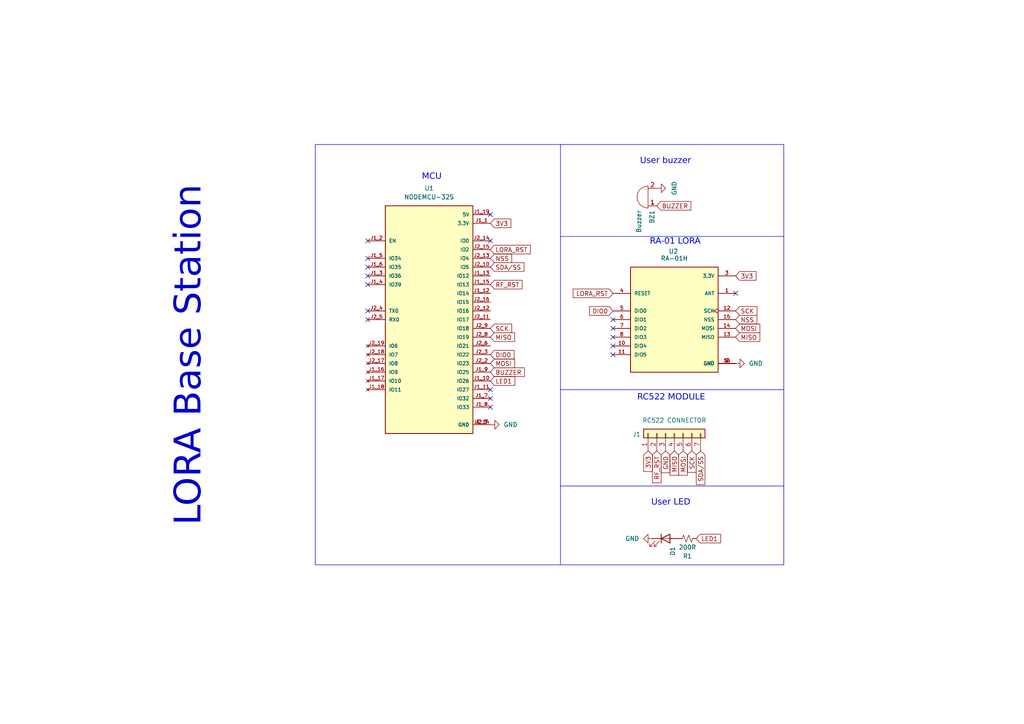
<source format=kicad_sch>
(kicad_sch (version 20231120) (generator "eeschema") (generator_version "8.0")
  (paper "A4")
  (lib_symbols
    (symbol "Connector_Generic:Conn_01x07" (pin_names (offset 1.016) hide)
      (property "Reference" "J" (at 0 10.16 0))
      (property "Value" "Conn_01x07" (at 0 -10.16 0))
      (symbol "Conn_01x07_1_1"
        (rectangle (start -1.27 -7.493) (end 0 -7.747) (stroke (width 0.1524)))
        (rectangle (start -1.27 -4.953) (end 0 -5.207) (stroke (width 0.1524)))
        (rectangle (start -1.27 -2.413) (end 0 -2.667) (stroke (width 0.1524)))
        (rectangle (start -1.27 0.127) (end 0 -0.127) (stroke (width 0.1524)))
        (rectangle (start -1.27 2.667) (end 0 2.413) (stroke (width 0.1524)))
        (rectangle (start -1.27 5.207) (end 0 4.953) (stroke (width 0.1524)))
        (rectangle (start -1.27 7.747) (end 0 7.493) (stroke (width 0.1524)))
        (rectangle (start -1.27 8.89) (end 1.27 -8.89) (stroke (width 0.254)) (fill (type background)))
        (pin passive line (at -5.08 7.62 0) (length 3.81) (name "Pin_1") (number "1"))
        (pin passive line (at -5.08 5.08 0) (length 3.81) (name "Pin_2") (number "2"))
        (pin passive line (at -5.08 2.54 0) (length 3.81) (name "Pin_3") (number "3"))
        (pin passive line (at -5.08 0 0) (length 3.81) (name "Pin_4") (number "4"))
        (pin passive line (at -5.08 -2.54 0) (length 3.81) (name "Pin_5") (number "5"))
        (pin passive line (at -5.08 -5.08 0) (length 3.81) (name "Pin_6") (number "6"))
        (pin passive line (at -5.08 -7.62 0) (length 3.81) (name "Pin_7") (number "7"))
      )
    )
    (symbol "Device:Buzzer" (pin_names (offset 0.0254) hide)
      (property "Reference" "BZ" (at 3.81 1.27 0))
      (property "Value" "Buzzer" (at 3.81 -1.27 0))
      (symbol "Buzzer_0_1"
        (arc (start 0 -3.175) (mid 3.1612 0) (end 0 3.175))
        (polyline (pts (xy -1.651 1.905) (xy -1.143 1.905)))
        (polyline (pts (xy -1.397 2.159) (xy -1.397 1.651)))
        (polyline (pts (xy 0 3.175) (xy 0 -3.175)))
      )
      (symbol "Buzzer_1_1"
        (pin passive line (at -2.54 2.54 0) (length 2.54) (name "+") (number "1"))
        (pin passive line (at -2.54 -2.54 0) (length 2.54) (name "-") (number "2"))
      )
    )
    (symbol "Device:LED" (pin_numbers hide) (pin_names (offset 1.016) hide)
      (property "Reference" "D" (at 0 2.54 0))
      (property "Value" "LED" (at 0 -2.54 0))
      (symbol "LED_0_1"
        (polyline (pts (xy -1.27 -1.27) (xy -1.27 1.27)) (stroke (width 0.254)))
        (polyline (pts (xy -1.27 0) (xy 1.27 0)))
        (polyline (pts (xy 1.27 -1.27) (xy 1.27 1.27) (xy -1.27 0) (xy 1.27 -1.27)) (stroke (width 0.254)))
        (polyline (pts (xy -3.048 -0.762) (xy -4.572 -2.286) (xy -3.81 -2.286) (xy -4.572 -2.286) (xy -4.572 -1.524)))
        (polyline (pts (xy -1.778 -0.762) (xy -3.302 -2.286) (xy -2.54 -2.286) (xy -3.302 -2.286) (xy -3.302 -1.524)))
      )
      (symbol "LED_1_1"
        (pin passive line (at -3.81 0 0) (length 2.54) (name "K") (number "1"))
        (pin passive line (at 3.81 0 180) (length 2.54) (name "A") (number "2"))
      )
    )
    (symbol "Device:R_Small_US" (pin_numbers hide) (pin_names (offset 0.254) hide)
      (property "Reference" "R" (at 0.762 0.508 0))
      (property "Value" "R_Small_US" (at 0.762 -1.016 0))
      (symbol "R_Small_US_1_1"
        (polyline (pts (xy 0 0) (xy 1.016 -0.381) (xy 0 -0.762) (xy -1.016 -1.143) (xy 0 -1.524)))
        (polyline (pts (xy 0 1.524) (xy 1.016 1.143) (xy 0 0.762) (xy -1.016 0.381) (xy 0 0)))
        (pin passive line (at 0 2.54 270) (length 1.016) (name "~") (number "1"))
        (pin passive line (at 0 -2.54 90) (length 1.016) (name "~") (number "2"))
      )
    )
    (symbol "NODEMCU-32S:NODEMCU-32S" (pin_names (offset 1.016))
      (property "Reference" "U" (at -12.7 33.782 0))
      (property "Value" "NODEMCU-32S" (at -12.7 -35.56 0))
      (symbol "NODEMCU-32S_0_0"
        (rectangle (start -12.7 -33.02) (end 12.7 33.02) (stroke (width 0.254)) (fill (type background)))
        (pin power_in line (at 17.78 27.94 180) (length 5.08) (name "3.3V") (number "J1_1"))
        (pin bidirectional line (at 17.78 -17.78 180) (length 5.08) (name "IO26") (number "J1_10"))
        (pin bidirectional line (at 17.78 -20.32 180) (length 5.08) (name "IO27") (number "J1_11"))
        (pin bidirectional line (at 17.78 7.62 180) (length 5.08) (name "IO14") (number "J1_12"))
        (pin bidirectional line (at 17.78 12.7 180) (length 5.08) (name "IO12") (number "J1_13"))
        (pin power_in line (at 17.78 -30.48 180) (length 5.08) (name "GND") (number "J1_14"))
        (pin bidirectional line (at 17.78 10.16 180) (length 5.08) (name "IO13") (number "J1_15"))
        (pin no_connect line (at -17.78 -15.24 0) (length 5.08) (name "IO9") (number "J1_16"))
        (pin no_connect line (at -17.78 -17.78 0) (length 5.08) (name "IO10") (number "J1_17"))
        (pin no_connect line (at -17.78 -20.32 0) (length 5.08) (name "IO11") (number "J1_18"))
        (pin power_in line (at 17.78 30.48 180) (length 5.08) (name "5V") (number "J1_19"))
        (pin input line (at -17.78 22.86 0) (length 5.08) (name "EN") (number "J1_2"))
        (pin input line (at -17.78 12.7 0) (length 5.08) (name "IO36") (number "J1_3"))
        (pin input line (at -17.78 10.16 0) (length 5.08) (name "IO39") (number "J1_4"))
        (pin input line (at -17.78 17.78 0) (length 5.08) (name "IO34") (number "J1_5"))
        (pin input line (at -17.78 15.24 0) (length 5.08) (name "IO35") (number "J1_6"))
        (pin bidirectional line (at 17.78 -22.86 180) (length 5.08) (name "IO32") (number "J1_7"))
        (pin bidirectional line (at 17.78 -25.4 180) (length 5.08) (name "IO33") (number "J1_8"))
        (pin bidirectional line (at 17.78 -15.24 180) (length 5.08) (name "IO25") (number "J1_9"))
        (pin power_in line (at 17.78 -30.48 180) (length 5.08) (name "GND") (number "J2_1"))
        (pin bidirectional line (at 17.78 15.24 180) (length 5.08) (name "IO5") (number "J2_10"))
        (pin bidirectional line (at 17.78 0 180) (length 5.08) (name "IO17") (number "J2_11"))
        (pin bidirectional line (at 17.78 2.54 180) (length 5.08) (name "IO16") (number "J2_12"))
        (pin bidirectional line (at 17.78 17.78 180) (length 5.08) (name "IO4") (number "J2_13"))
        (pin bidirectional line (at 17.78 22.86 180) (length 5.08) (name "IO0") (number "J2_14"))
        (pin bidirectional line (at 17.78 20.32 180) (length 5.08) (name "IO2") (number "J2_15"))
        (pin bidirectional line (at 17.78 5.08 180) (length 5.08) (name "IO15") (number "J2_16"))
        (pin no_connect line (at -17.78 -12.7 0) (length 5.08) (name "IO8") (number "J2_17"))
        (pin no_connect line (at -17.78 -10.16 0) (length 5.08) (name "IO7") (number "J2_18"))
        (pin no_connect line (at -17.78 -7.62 0) (length 5.08) (name "IO6") (number "J2_19"))
        (pin bidirectional line (at 17.78 -12.7 180) (length 5.08) (name "IO23") (number "J2_2"))
        (pin bidirectional line (at 17.78 -10.16 180) (length 5.08) (name "IO22") (number "J2_3"))
        (pin bidirectional line (at -17.78 2.54 0) (length 5.08) (name "TX0") (number "J2_4"))
        (pin bidirectional line (at -17.78 0 0) (length 5.08) (name "RX0") (number "J2_5"))
        (pin bidirectional line (at 17.78 -7.62 180) (length 5.08) (name "IO21") (number "J2_6"))
        (pin power_in line (at 17.78 -30.48 180) (length 5.08) (name "GND") (number "J2_7"))
        (pin bidirectional line (at 17.78 -5.08 180) (length 5.08) (name "IO19") (number "J2_8"))
        (pin bidirectional line (at 17.78 -2.54 180) (length 5.08) (name "IO18") (number "J2_9"))
      )
    )
    (symbol "RA-01H:RA-01H" (pin_names (offset 1.016))
      (property "Reference" "U" (at -12.7 16.256 0))
      (property "Value" "RA-01H" (at -12.7 -17.78 0))
      (symbol "RA-01H_0_0"
        (rectangle (start -12.7 -15.24) (end 12.7 15.24) (stroke (width 0.254)) (fill (type background)))
        (pin bidirectional line (at 17.78 7.62 180) (length 5.08) (name "ANT") (number "1"))
        (pin bidirectional line (at -17.78 -7.62 0) (length 5.08) (name "DIO4") (number "10"))
        (pin bidirectional line (at -17.78 -10.16 0) (length 5.08) (name "DIO5") (number "11"))
        (pin input clock (at 17.78 2.54 180) (length 5.08) (name "SCK") (number "12"))
        (pin output line (at 17.78 -5.08 180) (length 5.08) (name "MISO") (number "13"))
        (pin input line (at 17.78 -2.54 180) (length 5.08) (name "MOSI") (number "14"))
        (pin input line (at 17.78 0 180) (length 5.08) (name "NSS") (number "15"))
        (pin power_in line (at 17.78 -12.7 180) (length 5.08) (name "GND") (number "16"))
        (pin power_in line (at 17.78 -12.7 180) (length 5.08) (name "GND") (number "2"))
        (pin power_in line (at 17.78 12.7 180) (length 5.08) (name "3.3V") (number "3"))
        (pin input line (at -17.78 7.62 0) (length 5.08) (name "RESET") (number "4"))
        (pin bidirectional line (at -17.78 2.54 0) (length 5.08) (name "DIO0") (number "5"))
        (pin bidirectional line (at -17.78 0 0) (length 5.08) (name "DIO1") (number "6"))
        (pin bidirectional line (at -17.78 -2.54 0) (length 5.08) (name "DIO2") (number "7"))
        (pin bidirectional line (at -17.78 -5.08 0) (length 5.08) (name "DIO3") (number "8"))
        (pin power_in line (at 17.78 -12.7 180) (length 5.08) (name "GND") (number "9"))
      )
    )
    (symbol "power:GND" (power) (pin_numbers hide) (pin_names (offset 0) hide)
      (property "Value" "GND" (at 0 -3.81 0))
      (symbol "GND_0_1"
        (polyline (pts (xy 0 0) (xy 0 -1.27) (xy 1.27 -1.27) (xy 0 -2.54) (xy -1.27 -1.27) (xy 0 -1.27)))
      )
      (symbol "GND_1_1"
        (pin power_in line (at 0 0 270) (length 0) (name "~") (number "1"))
      )
    )
  )
  (no_connect (at 106.68 69.85))
  (no_connect (at 106.68 80.01))
  (no_connect (at 142.24 115.57))
  (no_connect (at 142.24 69.85))
  (no_connect (at 177.8 97.79))
  (no_connect (at 142.24 118.11))
  (no_connect (at 177.8 92.71))
  (no_connect (at 142.24 62.23))
  (no_connect (at 106.68 82.55))
  (no_connect (at 213.36 85.09))
  (no_connect (at 106.68 90.17))
  (no_connect (at 142.24 113.03))
  (no_connect (at 177.8 95.25))
  (no_connect (at 106.68 74.93))
  (no_connect (at 106.68 92.71))
  (no_connect (at 106.68 77.47))
  (no_connect (at 177.8 100.33))
  (no_connect (at 177.8 102.87))
  (polyline (pts (xy 162.56 113.03) (xy 227.33 113.03)))
  (polyline (pts (xy 162.56 41.91) (xy 91.44 41.91)))
  (polyline (pts (xy 91.44 163.83) (xy 162.56 163.83)))
  (polyline (pts (xy 91.44 41.91) (xy 91.44 163.83)))
  (polyline (pts (xy 162.56 140.97) (xy 227.33 140.97)))
  (polyline (pts (xy 162.56 68.58) (xy 227.33 68.58)))
  (rectangle (start 162.56 41.91) (end 227.33 163.83))
  (text "RA-01 LORA\n" (at 195.834 70.612 0) (effects (font (size 1.778 1.778))))
  (text "LORA Base Station\n" (at 56.896 103.124 90) (effects (font (size 7.62 7.62))))
  (text "RC522 MODULE \n" (at 195.072 115.824 0) (effects (font (size 1.778 1.778))))
  (text "MCU\n" (at 125.222 51.816 0) (effects (font (size 1.778 1.778))))
  (text "User buzzer\n" (at 193.04 47.244 0) (effects (font (size 1.778 1.778))))
  (text "User LED\n" (at 194.564 146.304 0) (effects (font (size 1.778 1.778))))
  (global_label "DIO0" (shape input) (at 177.8 90.17 180) (property "Intersheetrefs" "${INTERSHEET_REFS}" (effects (hide yes))))
  (global_label "LORA_RST" (shape input) (at 177.8 85.09 180) (property "Intersheetrefs" "${INTERSHEET_REFS}" (effects (hide yes))))
  (global_label "MOSI" (shape input) (at 142.24 105.41 0) (property "Intersheetrefs" "${INTERSHEET_REFS}" (effects (hide yes))))
  (global_label "NSS" (shape input) (at 142.24 74.93 0) (property "Intersheetrefs" "${INTERSHEET_REFS}" (effects (hide yes))))
  (global_label "GND" (shape input) (at 193.04 130.81 270) (property "Intersheetrefs" "${INTERSHEET_REFS}" (effects (hide yes))))
  (global_label "MISO" (shape input) (at 213.36 97.79 0) (property "Intersheetrefs" "${INTERSHEET_REFS}" (effects (hide yes))))
  (global_label "NSS" (shape input) (at 213.36 92.71 0) (property "Intersheetrefs" "${INTERSHEET_REFS}" (effects (hide yes))))
  (global_label "MISO" (shape input) (at 195.58 130.81 270) (property "Intersheetrefs" "${INTERSHEET_REFS}" (effects (hide yes))))
  (global_label "BUZZER" (shape input) (at 142.24 107.95 0) (property "Intersheetrefs" "${INTERSHEET_REFS}" (effects (hide yes))))
  (global_label "3V3" (shape input) (at 187.96 130.81 270) (property "Intersheetrefs" "${INTERSHEET_REFS}" (effects (hide yes))))
  (global_label "SCK" (shape input) (at 142.24 95.25 0) (property "Intersheetrefs" "${INTERSHEET_REFS}" (effects (hide yes))))
  (global_label "SCK" (shape input) (at 213.36 90.17 0) (property "Intersheetrefs" "${INTERSHEET_REFS}" (effects (hide yes))))
  (global_label "SDA{slash}SS" (shape input) (at 203.2 130.81 270) (property "Intersheetrefs" "${INTERSHEET_REFS}" (effects (hide yes))))
  (global_label "LORA_RST" (shape input) (at 142.24 72.39 0) (property "Intersheetrefs" "${INTERSHEET_REFS}" (effects (hide yes))))
  (global_label "LED1" (shape input) (at 142.24 110.49 0) (property "Intersheetrefs" "${INTERSHEET_REFS}" (effects (hide yes))))
  (global_label "SDA{slash}SS" (shape input) (at 142.24 77.47 0) (property "Intersheetrefs" "${INTERSHEET_REFS}" (effects (hide yes))))
  (global_label "MOSI" (shape input) (at 198.12 130.81 270) (property "Intersheetrefs" "${INTERSHEET_REFS}" (effects (hide yes))))
  (global_label "SCK" (shape input) (at 200.66 130.81 270) (property "Intersheetrefs" "${INTERSHEET_REFS}" (effects (hide yes))))
  (global_label "RF_RST" (shape input) (at 142.24 82.55 0) (property "Intersheetrefs" "${INTERSHEET_REFS}" (effects (hide yes))))
  (global_label "MISO" (shape input) (at 142.24 97.79 0) (property "Intersheetrefs" "${INTERSHEET_REFS}" (effects (hide yes))))
  (global_label "MOSI" (shape input) (at 213.36 95.25 0) (property "Intersheetrefs" "${INTERSHEET_REFS}" (effects (hide yes))))
  (global_label "3V3" (shape input) (at 142.24 64.77 0) (property "Intersheetrefs" "${INTERSHEET_REFS}" (effects (hide yes))))
  (global_label "DIO0" (shape input) (at 142.24 102.87 0) (property "Intersheetrefs" "${INTERSHEET_REFS}" (effects (hide yes))))
  (global_label "LED1" (shape input) (at 201.93 156.21 0) (property "Intersheetrefs" "${INTERSHEET_REFS}" (effects (hide yes))))
  (global_label "RF_RST" (shape input) (at 190.5 130.81 270) (property "Intersheetrefs" "${INTERSHEET_REFS}" (effects (hide yes))))
  (global_label "3V3" (shape input) (at 213.36 80.01 0) (property "Intersheetrefs" "${INTERSHEET_REFS}" (effects (hide yes))))
  (global_label "BUZZER" (shape input) (at 190.5 59.69 0) (property "Intersheetrefs" "${INTERSHEET_REFS}" (effects (hide yes))))
  (symbol (lib_id "Device:Buzzer") (at 187.96 57.15 180) (unit 1)
    (property "Reference" "BZ1" (at 189.11 60.96 90) (effects (justify left)))
    (property "Value" "Buzzer" (at 185.3 60.96 90) (effects (justify left)))
    (property "Description" "Buzzer, polarized" (effects (hide yes)))
  )
  (symbol (lib_id "RA-01H:RA-01H") (at 195.58 92.71 0) (unit 1)
    (property "Reference" "U2" (at 195.326 72.898 0))
    (property "Value" "RA-01H" (at 195.58 74.93 0))
    (property "Footprint" "RA-01H:XCVR_RA-01H" (effects (hide yes)))
    (property "MF" "AI-Thinker" (effects (hide yes)))
    (property "MAXIMUM_PACKAGE_HEIGHT" "3.4mm" (effects (hide yes)))
    (property "Package" "Package" (effects (hide yes)))
    (property "Price" "None" (effects (hide yes)))
    (property "Check_prices" "https://www.snapeda.com/parts/RA-01H/AI-Thinker/view-part/?ref=eda" (effects (hide yes)))
    (property "STANDARD" "Manufacturer Recommendations" (effects (hide yes)))
    (property "PARTREV" "V1.0" (effects (hide yes)))
    (property "SnapEDA_Link" "https://www.snapeda.com/parts/RA-01H/AI-Thinker/view-part/?ref=snap" (effects (hide yes)))
    (property "MP" "RA-01H" (effects (hide yes)))
    (property "Description_1" "\n                        \n                            General ISM < 1GHz LoRa™ Transceiver Module 803MHz ~ 930MHz Antenna Not Included Surface Mount\n                        \n" (effects (hide yes)))
    (property "Availability" "In Stock" (effects (hide yes)))
    (property "MANUFACTURER" "AI-Thinker" (effects (hide yes)))
  )
  (symbol (lib_id "Device:LED") (at 193.04 156.21 0) (unit 1)
    (property "Reference" "D1" (at 195.072 158.496 90) (effects (justify right)))
    (property "Value" "GREEN" (effects (hide yes)))
    (property "Description" "Light emitting diode" (effects (hide yes)))
  )
  (symbol (lib_id "power:GND") (at 142.24 123.19 90) (unit 1)
    (property "Reference" "#PWR01" (effects (hide yes)))
    (property "Value" "GND" (at 146.05 123.1899 90) (effects (justify right)))
    (property "Description" "Power symbol creates a global label with name \"GND\" , ground" (effects (hide yes)))
  )
  (symbol (lib_id "Connector_Generic:Conn_01x07") (at 195.58 125.73 90) (unit 1)
    (property "Reference" "J1" (at 184.658 125.984 90))
    (property "Value" "RC522 CONNECTOR" (at 195.58 121.92 90))
    (property "Description" "Generic connector, single row, 01x07, script generated (kicad-library-utils/schlib/autogen/connector/)" (effects (hide yes)))
  )
  (symbol (lib_id "power:GND") (at 189.23 156.21 270) (unit 1)
    (property "Reference" "#PWR04" (effects (hide yes)))
    (property "Value" "GND" (at 185.42 156.2099 90) (effects (justify right)))
    (property "Description" "Power symbol creates a global label with name \"GND\" , ground" (effects (hide yes)))
  )
  (symbol (lib_id "power:GND") (at 190.5 54.61 90) (unit 1)
    (property "Reference" "#PWR03" (effects (hide yes)))
    (property "Value" "GND" (at 195.58 54.61 0))
    (property "Description" "Power symbol creates a global label with name \"GND\" , ground" (effects (hide yes)))
  )
  (symbol (lib_id "power:GND") (at 213.36 105.41 90) (unit 1)
    (property "Reference" "#PWR02" (effects (hide yes)))
    (property "Value" "GND" (at 217.17 105.4099 90) (effects (justify right)))
    (property "Description" "Power symbol creates a global label with name \"GND\" , ground" (effects (hide yes)))
  )
  (symbol (lib_id "Device:R_Small_US") (at 199.39 156.21 270) (unit 1)
    (property "Reference" "R1" (at 199.39 161.29 90))
    (property "Value" "200R" (at 199.39 158.75 90))
    (property "Description" "Resistor, small US symbol" (effects (hide yes)))
  )
  (symbol (lib_id "NODEMCU-32S:NODEMCU-32S") (at 124.46 92.71 0) (unit 1)
    (property "Reference" "U1" (at 124.46 54.61 0))
    (property "Value" "NODEMCU-32S" (at 124.46 57.15 0))
    (property "Footprint" "NODEMCU-32S:MODULE_NODEMCU-32S" (effects (hide yes)))
    (property "MF" "AI-Thinker" (effects (hide yes)))
    (property "MAXIMUM_PACKAGE_HEIGHT" "3.00mm" (effects (hide yes)))
    (property "Package" "Package" (effects (hide yes)))
    (property "Price" "None" (effects (hide yes)))
    (property "Check_prices" "https://www.snapeda.com/parts/NODEMCU-32S/AI-Thinker/view-part/?ref=eda" (effects (hide yes)))
    (property "STANDARD" "Manufacturer Recommendations" (effects (hide yes)))
    (property "PARTREV" "V1" (effects (hide yes)))
    (property "SnapEDA_Link" "https://www.snapeda.com/parts/NODEMCU-32S/AI-Thinker/view-part/?ref=snap" (effects (hide yes)))
    (property "MP" "NODEMCU-32S" (effects (hide yes)))
    (property "Description_1" "\n                        \n                            WIFI MODULE V1\n                        \n" (effects (hide yes)))
    (property "Availability" "Not in stock" (effects (hide yes)))
    (property "MANUFACTURER" "AI-Thinker" (effects (hide yes)))
  )
)
</source>
